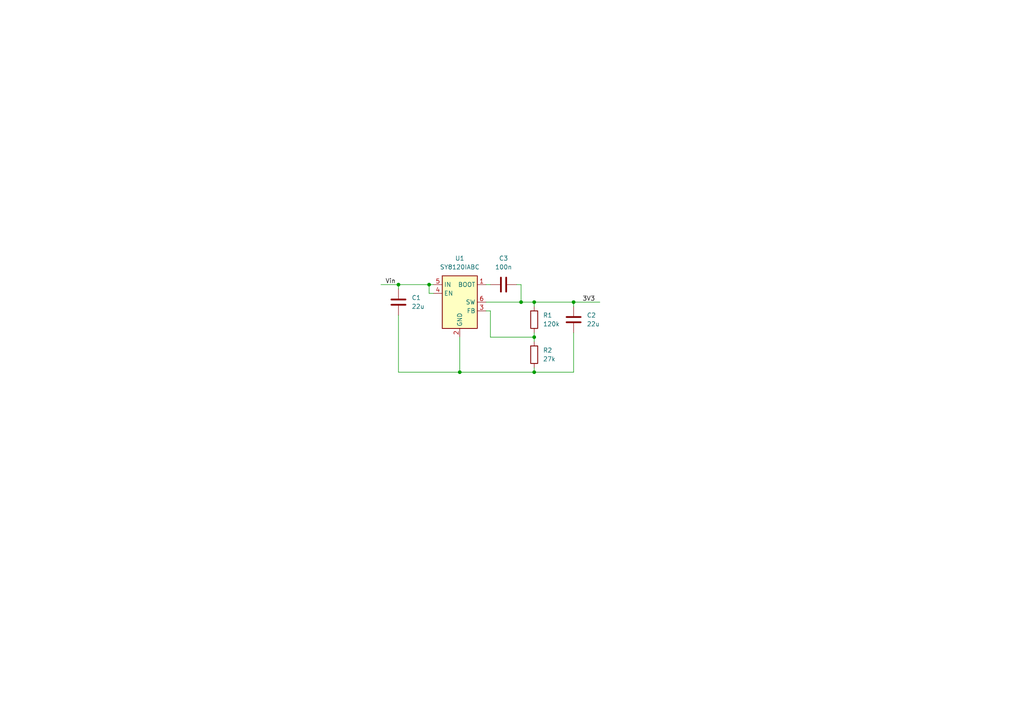
<source format=kicad_sch>
(kicad_sch (version 20250114) (generator "eeschema") (generator_version "9.0")
  (paper "A4")
  (lib_symbols
    (symbol "Device:C" (pin_numbers (hide yes)) (pin_names (offset 0.254))
      (property "Reference" "C" (at 0.635 2.54 0))
      (property "Value" "C" (at 0.635 -2.54 0))
      (symbol "C_0_1"
        (polyline (pts (xy -2.032 0.762) (xy 2.032 0.762)) (stroke (width 0.508)))
        (polyline (pts (xy -2.032 -0.762) (xy 2.032 -0.762)) (stroke (width 0.508)))
      )
      (symbol "C_1_1"
        (pin passive line (at 0 3.81 270) (length 2.794) (name "~") (number "1"))
        (pin passive line (at 0 -3.81 90) (length 2.794) (name "~") (number "2"))
      )
    )
    (symbol "Device:R" (pin_numbers (hide yes)) (pin_names (offset 0))
      (property "Reference" "R" (at 2.032 0 90))
      (property "Value" "R" (at 0 0 90))
      (symbol "R_0_1"
        (rectangle (start -1.016 -2.54) (end 1.016 2.54) (stroke (width 0.254)))
      )
      (symbol "R_1_1"
        (pin passive line (at 0 3.81 270) (length 1.27) (name "~") (number "1"))
        (pin passive line (at 0 -3.81 90) (length 1.27) (name "~") (number "2"))
      )
    )
    (symbol "project:SY8120IABC"
      (property "Reference" "U" (at -5.08 11.43 0))
      (property "Value" "SY8120IABC" (at -5.08 8.89 0))
      (symbol "SY8120IABC_0_1"
        (rectangle (start -5.08 7.62) (end 5.08 -7.62) (stroke (width 0.254)) (fill (type background)))
        (pin power_in line (at 0 -10.16 90) (length 2.54) (name "GND") (number "2"))
        (pin passive line (at 7.62 5.08 180) (length 2.54) (name "BOOT") (number "1"))
      )
      (symbol "SY8120IABC_1_1"
        (pin power_in line (at -7.62 5.08 0) (length 2.54) (name "IN") (number "5"))
        (pin input line (at -7.62 2.54 0) (length 2.54) (name "EN") (number "4"))
        (pin power_out line (at 7.62 0 180) (length 2.54) (name "SW") (number "6"))
        (pin input line (at 7.62 -2.54 180) (length 2.54) (name "FB") (number "3"))
      )
    )
  )
  (junction (at 154.94 87.63))
  (junction (at 124.46 82.55))
  (junction (at 151.13 87.63))
  (junction (at 166.37 87.63))
  (junction (at 154.94 107.95))
  (junction (at 115.57 82.55))
  (junction (at 133.35 107.95))
  (junction (at 154.94 97.79))
  (wire (pts (xy 140.97 90.17) (xy 142.24 90.17)))
  (wire (pts (xy 154.94 96.52) (xy 154.94 97.79)))
  (wire (pts (xy 166.37 87.63) (xy 154.94 87.63)))
  (wire (pts (xy 124.46 85.09) (xy 124.46 82.55)))
  (wire (pts (xy 133.35 97.79) (xy 133.35 107.95)))
  (wire (pts (xy 142.24 97.79) (xy 154.94 97.79)))
  (wire (pts (xy 166.37 96.52) (xy 166.37 107.95)))
  (wire (pts (xy 115.57 82.55) (xy 124.46 82.55)))
  (wire (pts (xy 133.35 107.95) (xy 115.57 107.95)))
  (wire (pts (xy 166.37 87.63) (xy 173.99 87.63)))
  (wire (pts (xy 154.94 106.68) (xy 154.94 107.95)))
  (wire (pts (xy 151.13 82.55) (xy 149.86 82.55)))
  (wire (pts (xy 154.94 87.63) (xy 151.13 87.63)))
  (wire (pts (xy 115.57 107.95) (xy 115.57 91.44)))
  (wire (pts (xy 124.46 82.55) (xy 125.73 82.55)))
  (wire (pts (xy 154.94 97.79) (xy 154.94 99.06)))
  (wire (pts (xy 125.73 85.09) (xy 124.46 85.09)))
  (wire (pts (xy 140.97 82.55) (xy 142.24 82.55)))
  (wire (pts (xy 166.37 107.95) (xy 154.94 107.95)))
  (wire (pts (xy 154.94 88.9) (xy 154.94 87.63)))
  (wire (pts (xy 151.13 87.63) (xy 151.13 82.55)))
  (wire (pts (xy 154.94 107.95) (xy 133.35 107.95)))
  (wire (pts (xy 110.49 82.55) (xy 115.57 82.55)))
  (wire (pts (xy 142.24 90.17) (xy 142.24 97.79)))
  (wire (pts (xy 115.57 83.82) (xy 115.57 82.55)))
  (wire (pts (xy 166.37 88.9) (xy 166.37 87.63)))
  (wire (pts (xy 140.97 87.63) (xy 151.13 87.63)))
  (label "Vin" (at 111.76 82.55 0))
  (label "3V3" (at 168.91 87.63 0))
  (symbol (lib_id "Device:R") (at 154.94 102.87 0) (unit 1)
    (property "Reference" "R2" (at 157.48 101.5999 0) (effects (justify left)))
    (property "Value" "27k" (at 157.48 104.1399 0) (effects (justify left)))
    (property "Description" "Resistor" (effects (hide yes)))
    (property "LCSC PN" "C22967" (effects (hide yes)))
  )
  (symbol (lib_id "Device:C") (at 166.37 92.71 180) (unit 1)
    (property "Reference" "C2" (at 170.18 91.4399 0) (effects (justify right)))
    (property "Value" "22u" (at 170.18 93.9799 0) (effects (justify right)))
    (property "Description" "Unpolarized capacitor" (effects (hide yes)))
    (property "LCSC PN" "C45783" (effects (hide yes)))
  )
  (symbol (lib_id "Device:C") (at 146.05 82.55 90) (unit 1)
    (property "Reference" "C3" (at 146.05 74.93 90))
    (property "Value" "100n" (at 146.05 77.47 90))
    (property "Description" "Unpolarized capacitor" (effects (hide yes)))
    (property "LCSC PN" "C1525" (effects (hide yes)))
  )
  (symbol (lib_id "project:SY8120IABC") (at 133.35 87.63 0) (unit 1)
    (property "Reference" "U1" (at 133.35 74.93 0))
    (property "Value" "SY8120IABC" (at 133.35 77.47 0))
    (property "Footprint" "Package_TO_SOT_SMD:SOT-23-6" (effects (hide yes)))
    (property "Datasheet" "https://www.silergy.com/products/detail/260/SY8120" (effects (hide yes)))
    (property "Description" "18V, 2A, 1MHz Synchronous Step-Down Converter" (effects (hide yes)))
  )
  (symbol (lib_id "Device:R") (at 154.94 92.71 0) (unit 1)
    (property "Reference" "R1" (at 157.48 91.4399 0) (effects (justify left)))
    (property "Value" "120k" (at 157.48 93.9799 0) (effects (justify left)))
    (property "Description" "Resistor" (effects (hide yes)))
    (property "LCSC PN" "C25808" (effects (hide yes)))
  )
  (symbol (lib_id "Device:C") (at 115.57 87.63 180) (unit 1)
    (property "Reference" "C1" (at 119.38 86.3599 0) (effects (justify right)))
    (property "Value" "22u" (at 119.38 88.8999 0) (effects (justify right)))
    (property "Description" "Unpolarized capacitor" (effects (hide yes)))
    (property "LCSC PN" "C45783" (effects (hide yes)))
  )
)
</source>
